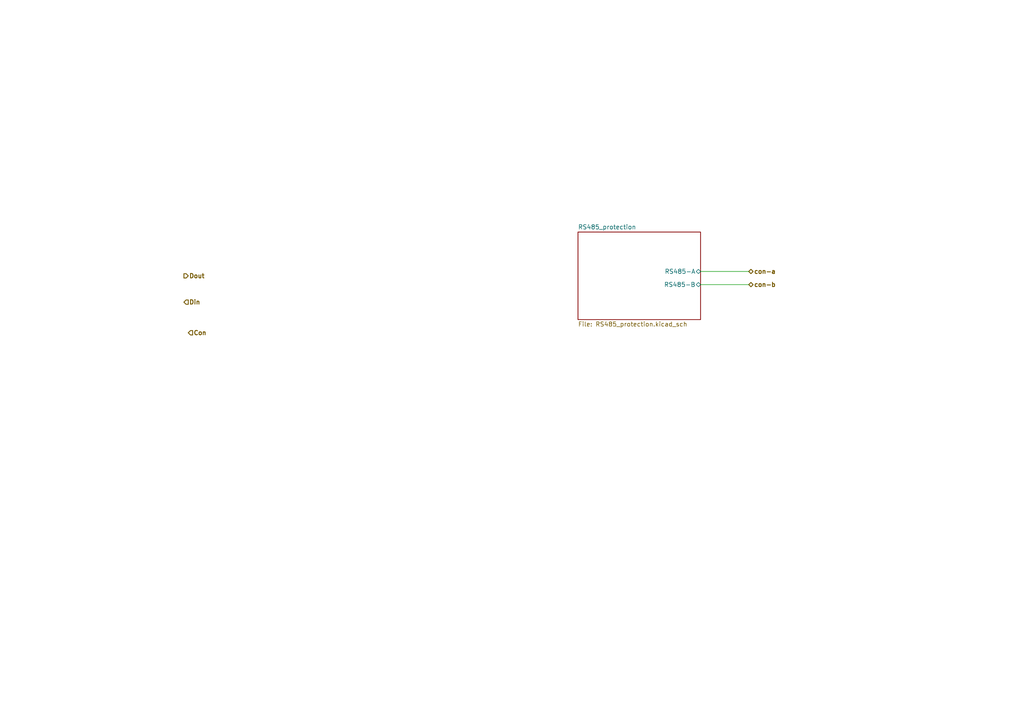
<source format=kicad_sch>
(kicad_sch
	(version 20250114)
	(generator "eeschema")
	(generator_version "9.0")
	(uuid "94004c44-30a0-40de-a06a-924f1031f1da")
	(paper "A4")
	(lib_symbols)
	(wire
		(pts
			(xy 203.2 82.55) (xy 217.17 82.55)
		)
		(stroke
			(width 0)
			(type default)
		)
		(uuid "77e80690-8ebf-4a98-9c72-75d3f4818c61")
	)
	(wire
		(pts
			(xy 203.2 78.74) (xy 217.17 78.74)
		)
		(stroke
			(width 0)
			(type default)
		)
		(uuid "9e6280d8-5c87-42e4-926c-ca739c01bf68")
	)
	(hierarchical_label "Din"
		(shape input)
		(at 53.34 87.63 0)
		(effects
			(font
				(size 1.27 1.27)
				(thickness 0.254)
				(bold yes)
			)
			(justify left)
		)
		(uuid "2f9e0f2f-0d4f-46bd-82da-b0413068e0ff")
	)
	(hierarchical_label "con-b"
		(shape bidirectional)
		(at 217.17 82.55 0)
		(effects
			(font
				(size 1.27 1.27)
				(thickness 0.254)
				(bold yes)
			)
			(justify left)
		)
		(uuid "4265d627-6a77-4966-924e-a7fffb465f0d")
	)
	(hierarchical_label "Dout"
		(shape output)
		(at 53.34 80.01 0)
		(effects
			(font
				(size 1.27 1.27)
				(thickness 0.254)
				(bold yes)
			)
			(justify left)
		)
		(uuid "7cda682e-105b-4413-a395-b9d1f228fbd6")
	)
	(hierarchical_label "con-a"
		(shape bidirectional)
		(at 217.17 78.74 0)
		(effects
			(font
				(size 1.27 1.27)
				(thickness 0.254)
				(bold yes)
			)
			(justify left)
		)
		(uuid "846bcf42-1e53-4d13-be7a-e46e58bc3310")
	)
	(hierarchical_label "Con"
		(shape input)
		(at 54.61 96.52 0)
		(effects
			(font
				(size 1.27 1.27)
				(thickness 0.254)
				(bold yes)
			)
			(justify left)
		)
		(uuid "d4a97db0-715e-4c1c-8090-3355de993a1d")
	)
	(sheet
		(at 167.64 67.31)
		(size 35.56 25.4)
		(exclude_from_sim no)
		(in_bom yes)
		(on_board yes)
		(dnp no)
		(fields_autoplaced yes)
		(stroke
			(width 0.1524)
			(type solid)
		)
		(fill
			(color 0 0 0 0.0000)
		)
		(uuid "253ff188-3e0d-433d-bf9c-a456b24e8b47")
		(property "Sheetname" "RS485_protection"
			(at 167.64 66.5984 0)
			(effects
				(font
					(size 1.27 1.27)
				)
				(justify left bottom)
			)
		)
		(property "Sheetfile" "RS485_protection.kicad_sch"
			(at 167.64 93.2946 0)
			(effects
				(font
					(size 1.27 1.27)
				)
				(justify left top)
			)
		)
		(pin "RS485-A" bidirectional
			(at 203.2 78.74 0)
			(uuid "822a9a1b-8bf4-4f97-ba55-53791a3e5caf")
			(effects
				(font
					(size 1.27 1.27)
				)
				(justify right)
			)
		)
		(pin "RS485-B" bidirectional
			(at 203.2 82.55 0)
			(uuid "0fc4387f-d01f-4ac7-ad5e-1882bda46a50")
			(effects
				(font
					(size 1.27 1.27)
				)
				(justify right)
			)
		)
		(instances
			(project "PLC4UNIPCB"
				(path "/20dd9fa8-33e5-4e01-8b4a-8cb5828152c9/ef44eee8-cd41-4527-92e2-6c408c0d0d91/e98ee65e-ee05-4d3d-8906-03b9f7fcdaaf"
					(page "5")
				)
			)
		)
	)
)

</source>
